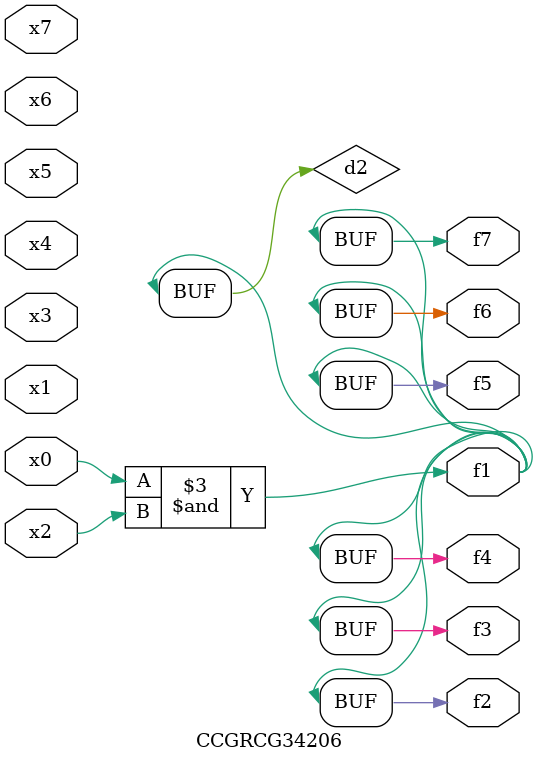
<source format=v>
module CCGRCG34206(
	input x0, x1, x2, x3, x4, x5, x6, x7,
	output f1, f2, f3, f4, f5, f6, f7
);

	wire d1, d2;

	nor (d1, x3, x6);
	and (d2, x0, x2);
	assign f1 = d2;
	assign f2 = d2;
	assign f3 = d2;
	assign f4 = d2;
	assign f5 = d2;
	assign f6 = d2;
	assign f7 = d2;
endmodule

</source>
